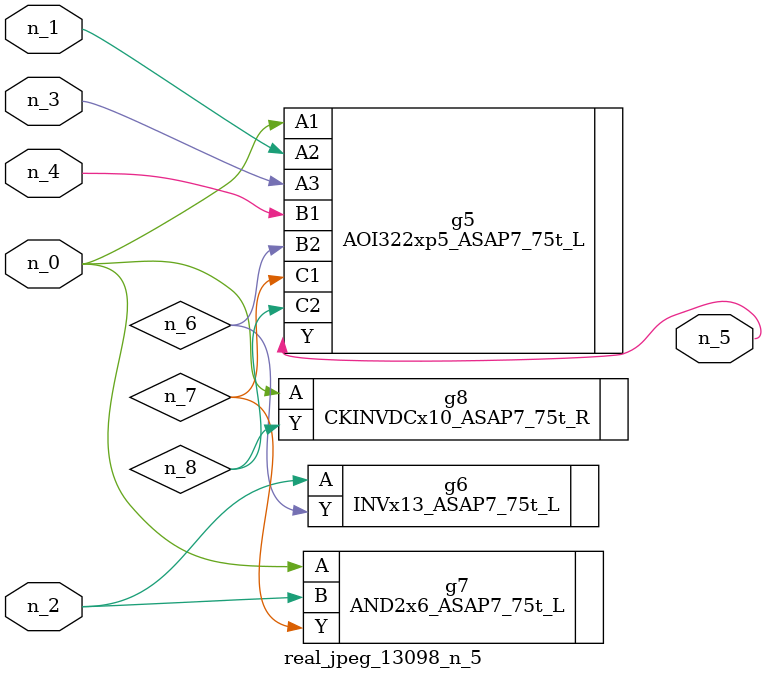
<source format=v>
module real_jpeg_13098_n_5 (n_4, n_0, n_1, n_2, n_3, n_5);

input n_4;
input n_0;
input n_1;
input n_2;
input n_3;

output n_5;

wire n_8;
wire n_6;
wire n_7;

AOI322xp5_ASAP7_75t_L g5 ( 
.A1(n_0),
.A2(n_1),
.A3(n_3),
.B1(n_4),
.B2(n_6),
.C1(n_7),
.C2(n_8),
.Y(n_5)
);

AND2x6_ASAP7_75t_L g7 ( 
.A(n_0),
.B(n_2),
.Y(n_7)
);

CKINVDCx10_ASAP7_75t_R g8 ( 
.A(n_0),
.Y(n_8)
);

INVx13_ASAP7_75t_L g6 ( 
.A(n_2),
.Y(n_6)
);


endmodule
</source>
